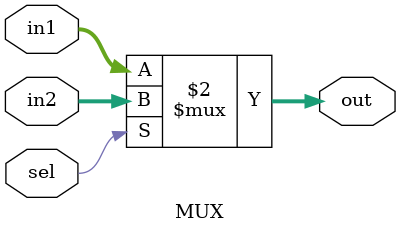
<source format=v>
module MUX(in1, in2, sel, out);
    parameter size = 32;
    input sel;
    input [size - 1:0] in1, in2;
    output [size - 1:0] out;
    assign out = (sel == 1'b0) ? in1 : in2;
endmodule
</source>
